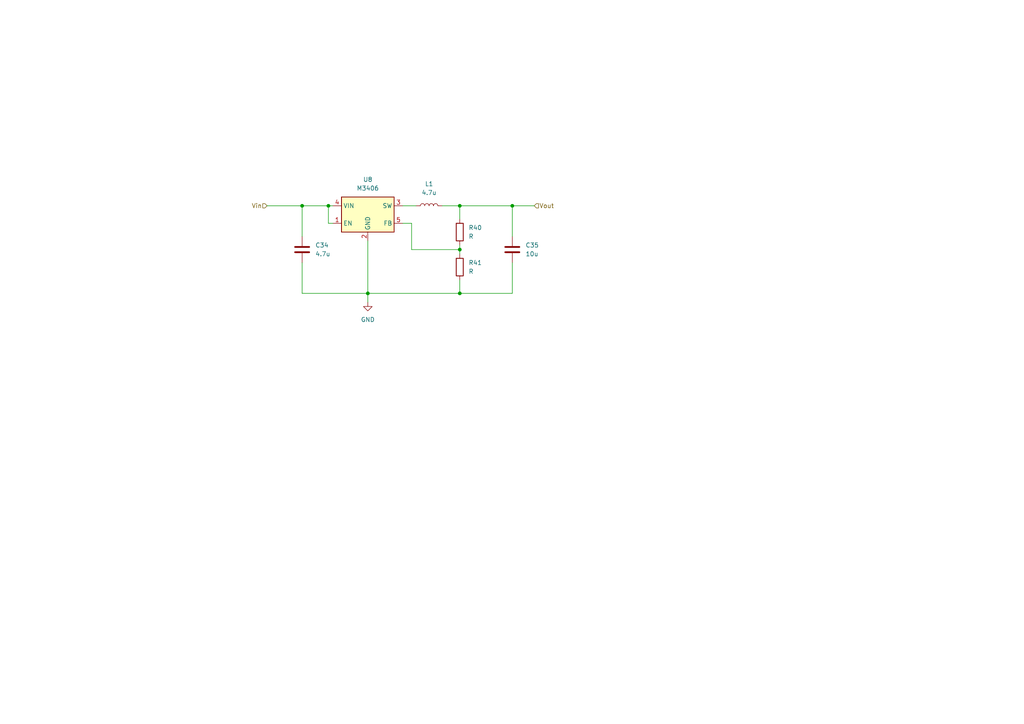
<source format=kicad_sch>
(kicad_sch (version 20211123) (generator eeschema)
  (paper "A4")
  (lib_symbols
    (symbol "Device:C" (pin_numbers hide) (pin_names (offset 0.254))
      (property "Reference" "C" (at 0.635 2.54 0))
      (property "Value" "C" (at 0.635 -2.54 0))
      (symbol "C_0_1"
        (polyline (pts (xy -2.032 -0.762) (xy 2.032 -0.762)) (stroke (width 0.508)))
        (polyline (pts (xy -2.032 0.762) (xy 2.032 0.762)) (stroke (width 0.508)))
      )
      (symbol "C_1_1"
        (pin passive line (at 0 3.81 270) (length 2.794) (name "~") (number "1"))
        (pin passive line (at 0 -3.81 90) (length 2.794) (name "~") (number "2"))
      )
    )
    (symbol "Device:L" (pin_numbers hide) (pin_names (offset 1.016) hide)
      (property "Reference" "L" (at -1.27 0 90))
      (property "Value" "L" (at 1.905 0 90))
      (symbol "L_0_1"
        (arc (start 0 -2.54) (mid 0.635 -1.905) (end 0 -1.27))
        (arc (start 0 -1.27) (mid 0.635 -0.635) (end 0 0))
        (arc (start 0 0) (mid 0.635 0.635) (end 0 1.27))
        (arc (start 0 1.27) (mid 0.635 1.905) (end 0 2.54))
      )
      (symbol "L_1_1"
        (pin passive line (at 0 3.81 270) (length 1.27) (name "1") (number "1"))
        (pin passive line (at 0 -3.81 90) (length 1.27) (name "2") (number "2"))
      )
    )
    (symbol "Device:R" (pin_numbers hide) (pin_names (offset 0))
      (property "Reference" "R" (at 2.032 0 90))
      (property "Value" "R" (at 0 0 90))
      (symbol "R_0_1"
        (rectangle (start -1.016 -2.54) (end 1.016 2.54) (stroke (width 0.254)))
      )
      (symbol "R_1_1"
        (pin passive line (at 0 3.81 270) (length 1.27) (name "~") (number "1"))
        (pin passive line (at 0 -3.81 90) (length 1.27) (name "~") (number "2"))
      )
    )
    (symbol "Regulator_Switching:PAM2301CAABADJ"
      (property "Reference" "U" (at -7.62 6.35 0))
      (property "Value" "PAM2301CAABADJ" (at -2.54 6.35 0))
      (symbol "PAM2301CAABADJ_0_1"
        (rectangle (start -7.62 5.08) (end 7.62 -5.08) (stroke (width 0.254)) (fill (type background)))
      )
      (symbol "PAM2301CAABADJ_1_1"
        (pin input line (at -10.16 -2.54 0) (length 2.54) (name "EN") (number "1"))
        (pin power_in line (at 0 -7.62 90) (length 2.54) (name "GND") (number "2"))
        (pin power_out line (at 10.16 2.54 180) (length 2.54) (name "SW") (number "3"))
        (pin power_in line (at -10.16 2.54 0) (length 2.54) (name "VIN") (number "4"))
        (pin input line (at 10.16 -2.54 180) (length 2.54) (name "FB") (number "5"))
      )
    )
    (symbol "power:GND" (power) (pin_names (offset 0))
      (property "Value" "GND" (at 0 -3.81 0))
      (symbol "GND_0_1"
        (polyline (pts (xy 0 0) (xy 0 -1.27) (xy 1.27 -1.27) (xy 0 -2.54) (xy -1.27 -1.27) (xy 0 -1.27)))
      )
      (symbol "GND_1_1"
        (pin power_in line (at 0 0 270) (length 0) hide (name "GND") (number "1"))
      )
    )
  )
  (junction (at 133.35 72.39))
  (junction (at 95.25 59.69))
  (junction (at 87.63 59.69))
  (junction (at 106.68 85.09))
  (junction (at 148.59 59.69))
  (junction (at 133.35 59.69))
  (junction (at 133.35 85.09))
  (wire (pts (xy 133.35 59.69) (xy 133.35 63.5)))
  (wire (pts (xy 133.35 72.39) (xy 119.38 72.39)))
  (wire (pts (xy 116.84 59.69) (xy 120.65 59.69)))
  (wire (pts (xy 133.35 85.09) (xy 106.68 85.09)))
  (wire (pts (xy 133.35 59.69) (xy 148.59 59.69)))
  (wire (pts (xy 106.68 85.09) (xy 106.68 87.63)))
  (wire (pts (xy 77.47 59.69) (xy 87.63 59.69)))
  (wire (pts (xy 87.63 76.2) (xy 87.63 85.09)))
  (wire (pts (xy 87.63 85.09) (xy 106.68 85.09)))
  (wire (pts (xy 133.35 72.39) (xy 133.35 73.66)))
  (wire (pts (xy 106.68 69.85) (xy 106.68 85.09)))
  (wire (pts (xy 95.25 59.69) (xy 96.52 59.69)))
  (wire (pts (xy 133.35 81.28) (xy 133.35 85.09)))
  (wire (pts (xy 119.38 64.77) (xy 116.84 64.77)))
  (wire (pts (xy 148.59 76.2) (xy 148.59 85.09)))
  (wire (pts (xy 148.59 59.69) (xy 148.59 68.58)))
  (wire (pts (xy 133.35 71.12) (xy 133.35 72.39)))
  (wire (pts (xy 95.25 64.77) (xy 96.52 64.77)))
  (wire (pts (xy 128.27 59.69) (xy 133.35 59.69)))
  (wire (pts (xy 119.38 72.39) (xy 119.38 64.77)))
  (wire (pts (xy 95.25 59.69) (xy 95.25 64.77)))
  (wire (pts (xy 87.63 68.58) (xy 87.63 59.69)))
  (wire (pts (xy 87.63 59.69) (xy 95.25 59.69)))
  (wire (pts (xy 148.59 59.69) (xy 154.94 59.69)))
  (wire (pts (xy 148.59 85.09) (xy 133.35 85.09)))
  (hierarchical_label "Vout" (shape input) (at 154.94 59.69 0))
  (hierarchical_label "Vin" (shape input) (at 77.47 59.69 180))
  (symbol (lib_id "Device:R") (at 133.35 67.31 0) (unit 1)
    (property "Reference" "R40" (at 135.89 66.0399 0) (effects (justify left)))
    (property "Value" "R" (at 135.89 68.5799 0) (effects (justify left)))
    (property "Footprint" "Resistor_SMD:R_0402_1005Metric" (effects hide))
  )
  (symbol (lib_id "Device:C") (at 87.63 72.39 0) (unit 1)
    (property "Reference" "C34" (at 91.44 71.1199 0) (effects (justify left)))
    (property "Value" "4.7u" (at 91.44 73.6599 0) (effects (justify left)))
    (property "Footprint" "Capacitor_SMD:C_0805_2012Metric" (effects hide))
  )
  (symbol (lib_id "power:GND") (at 106.68 87.63 0) (unit 1)
    (property "Reference" "#PWR076" (effects hide))
    (property "Value" "GND" (at 106.68 92.71 0))
  )
  (symbol (lib_id "Device:C") (at 148.59 72.39 0) (unit 1)
    (property "Reference" "C35" (at 152.4 71.1199 0) (effects (justify left)))
    (property "Value" "10u" (at 152.4 73.6599 0) (effects (justify left)))
    (property "Footprint" "Capacitor_SMD:C_0805_2012Metric" (effects hide))
  )
  (symbol (lib_id "Device:L") (at 124.46 59.69 90) (unit 1)
    (property "Reference" "L1" (at 124.46 53.34 90))
    (property "Value" "4.7u" (at 124.46 55.88 90))
    (property "Footprint" "coil:coil" (effects hide))
  )
  (symbol (lib_id "Regulator_Switching:PAM2301CAABADJ") (at 106.68 62.23 0) (unit 1)
    (property "Reference" "U8" (at 106.68 52.07 0))
    (property "Value" "M3406" (at 106.68 54.61 0))
    (property "Footprint" "Package_TO_SOT_SMD:TSOT-23-5" (effects hide))
    (property "Datasheet" "https://www.diodes.com/assets/Datasheets/products_inactive_data/PAM2301.pdf" (effects hide))
  )
  (symbol (lib_id "Device:R") (at 133.35 77.47 0) (unit 1)
    (property "Reference" "R41" (at 135.89 76.1999 0) (effects (justify left)))
    (property "Value" "R" (at 135.89 78.7399 0) (effects (justify left)))
    (property "Footprint" "Resistor_SMD:R_0402_1005Metric" (effects hide))
  )
)
</source>
